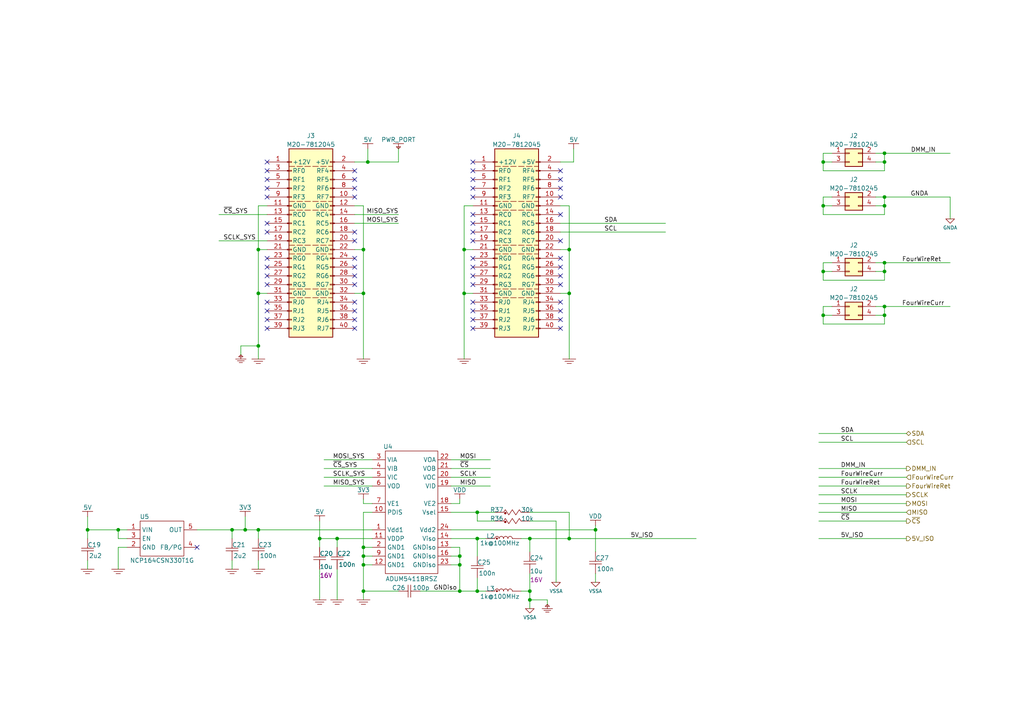
<source format=kicad_sch>
(kicad_sch (version 20231120) (generator "eeschema") (generator_version "8.0")
  (paper "A4")
  (title_block (title "${PART_NAME}") (date "2024-01-20") (rev "A") (company "Sesa Design Inc") (comment 1 "${PART_NUMBER}") (comment 2 "01"))
  (lib_symbols
    (symbol "bynet:Conn_M20-7810245" (pin_names (offset 1.016) hide)
      (property "Reference" "J" (at 1.27 5.08 0))
      (property "Value" "M20-7810245" (at 1.27 2.54 0))
      (symbol "Conn_M20-7810245_1_1"
        (rectangle (start -1.27 -2.413) (end 0 -2.667) (stroke (width 0.1524)))
        (rectangle (start -1.27 0.127) (end 0 -0.127) (stroke (width 0.1524)))
        (rectangle (start -1.27 1.27) (end 3.81 -3.81) (stroke (width 0.254)) (fill (type background)))
        (rectangle (start 3.81 -2.413) (end 2.54 -2.667) (stroke (width 0.1524)))
        (rectangle (start 3.81 0.127) (end 2.54 -0.127) (stroke (width 0.1524)))
        (pin passive line (at -5.08 0 0) (length 3.81) (name "Pin_1") (number "1"))
        (pin passive line (at 7.62 0 180) (length 3.81) (name "Pin_2") (number "2"))
        (pin passive line (at -5.08 -2.54 0) (length 3.81) (name "Pin_3") (number "3"))
        (pin passive line (at 7.62 -2.54 180) (length 3.81) (name "Pin_4") (number "4"))
      )
    )
    (symbol "bynet:Conn_M20-7812045" (pin_names (offset 1.016))
      (property "Reference" "J" (at 0 30.48 0))
      (property "Value" "M20-7812045" (at 0 27.94 0))
      (symbol "Conn_M20-7812045_0_1"
        (polyline (pts (xy -6.35 -16.51) (xy 6.35 -16.51)) (stroke (width 0) (type dash)))
        (polyline (pts (xy -6.35 -13.97) (xy 6.35 -13.97)) (stroke (width 0) (type dash)))
        (polyline (pts (xy -6.35 -3.81) (xy 6.35 -3.81)) (stroke (width 0) (type dash)))
        (polyline (pts (xy -6.35 -1.27) (xy 6.35 -1.27)) (stroke (width 0) (type dash)))
        (polyline (pts (xy -6.35 8.89) (xy 6.35 8.89)) (stroke (width 0) (type dash)))
        (polyline (pts (xy -6.35 11.43) (xy 6.35 11.43)) (stroke (width 0) (type dash)))
        (polyline (pts (xy -6.35 21.59) (xy 6.35 21.59)) (stroke (width 0) (type dash)))
      )
      (symbol "Conn_M20-7812045_1_1"
        (rectangle (start -6.858 -25.273) (end -5.588 -25.527) (stroke (width 0.1524)))
        (rectangle (start -6.858 -22.733) (end -5.588 -22.987) (stroke (width 0.1524)))
        (rectangle (start -6.858 -20.193) (end -5.588 -20.447) (stroke (width 0.1524)))
        (rectangle (start -6.858 -17.653) (end -5.588 -17.907) (stroke (width 0.1524)))
        (rectangle (start -6.858 -15.113) (end -5.588 -15.367) (stroke (width 0.1524)))
        (rectangle (start -6.858 -12.573) (end -5.588 -12.827) (stroke (width 0.1524)))
        (rectangle (start -6.858 -10.033) (end -5.588 -10.287) (stroke (width 0.1524)))
        (rectangle (start -6.858 -7.493) (end -5.588 -7.747) (stroke (width 0.1524)))
        (rectangle (start -6.858 -4.953) (end -5.588 -5.207) (stroke (width 0.1524)))
        (rectangle (start -6.858 -2.413) (end -5.588 -2.667) (stroke (width 0.1524)))
        (rectangle (start -6.858 0.127) (end -5.588 -0.127) (stroke (width 0.1524)))
        (rectangle (start -6.858 2.667) (end -5.588 2.413) (stroke (width 0.1524)))
        (rectangle (start -6.858 5.207) (end -5.588 4.953) (stroke (width 0.1524)))
        (rectangle (start -6.858 7.747) (end -5.588 7.493) (stroke (width 0.1524)))
        (rectangle (start -6.858 10.287) (end -5.588 10.033) (stroke (width 0.1524)))
        (rectangle (start -6.858 12.827) (end -5.588 12.573) (stroke (width 0.1524)))
        (rectangle (start -6.858 15.367) (end -5.588 15.113) (stroke (width 0.1524)))
        (rectangle (start -6.858 17.907) (end -5.588 17.653) (stroke (width 0.1524)))
        (rectangle (start -6.858 20.447) (end -5.588 20.193) (stroke (width 0.1524)))
        (rectangle (start -6.858 22.987) (end -5.588 22.733) (stroke (width 0.1524)))
        (rectangle (start -6.35 26.67) (end 6.35 -27.94) (stroke (width 0.254)) (fill (type background)))
        (rectangle (start 6.858 -25.273) (end 5.588 -25.527) (stroke (width 0.1524)))
        (rectangle (start 6.858 -22.733) (end 5.588 -22.987) (stroke (width 0.1524)))
        (rectangle (start 6.858 -20.193) (end 5.588 -20.447) (stroke (width 0.1524)))
        (rectangle (start 6.858 -17.653) (end 5.588 -17.907) (stroke (width 0.1524)))
        (rectangle (start 6.858 -15.113) (end 5.588 -15.367) (stroke (width 0.1524)))
        (rectangle (start 6.858 -12.573) (end 5.588 -12.827) (stroke (width 0.1524)))
        (rectangle (start 6.858 -10.033) (end 5.588 -10.287) (stroke (width 0.1524)))
        (rectangle (start 6.858 -7.493) (end 5.588 -7.747) (stroke (width 0.1524)))
        (rectangle (start 6.858 -4.953) (end 5.588 -5.207) (stroke (width 0.1524)))
        (rectangle (start 6.858 -2.413) (end 5.588 -2.667) (stroke (width 0.1524)))
        (rectangle (start 6.858 0.127) (end 5.588 -0.127) (stroke (width 0.1524)))
        (rectangle (start 6.858 2.667) (end 5.588 2.413) (stroke (width 0.1524)))
        (rectangle (start 6.858 5.207) (end 5.588 4.953) (stroke (width 0.1524)))
        (rectangle (start 6.858 7.747) (end 5.588 7.493) (stroke (width 0.1524)))
        (rectangle (start 6.858 10.287) (end 5.588 10.033) (stroke (width 0.1524)))
        (rectangle (start 6.858 12.827) (end 5.588 12.573) (stroke (width 0.1524)))
        (rectangle (start 6.858 15.367) (end 5.588 15.113) (stroke (width 0.1524)))
        (rectangle (start 6.858 17.907) (end 5.588 17.653) (stroke (width 0.1524)))
        (rectangle (start 6.858 20.447) (end 5.588 20.193) (stroke (width 0.1524)))
        (rectangle (start 6.858 22.987) (end 5.588 22.733) (stroke (width 0.1524)))
        (pin passive line (at -12.7 22.86 0) (length 6.35) (name "+12V") (number "1"))
        (pin passive line (at 12.7 12.7 180) (length 6.35) (name "RF7") (number "10"))
        (pin passive line (at -12.7 10.16 0) (length 6.35) (name "GND") (number "11"))
        (pin passive line (at 12.7 10.16 180) (length 6.35) (name "GND") (number "12"))
        (pin passive line (at -12.7 7.62 0) (length 6.35) (name "RC0") (number "13"))
        (pin passive line (at 12.7 7.62 180) (length 6.35) (name "RC4") (number "14"))
        (pin passive line (at -12.7 5.08 0) (length 6.35) (name "RC1") (number "15"))
        (pin passive line (at 12.7 5.08 180) (length 6.35) (name "RC5") (number "16"))
        (pin passive line (at -12.7 2.54 0) (length 6.35) (name "RC2") (number "17"))
        (pin passive line (at 12.7 2.54 180) (length 6.35) (name "RC6") (number "18"))
        (pin passive line (at -12.7 0 0) (length 6.35) (name "RC3") (number "19"))
        (pin passive line (at 12.7 22.86 180) (length 6.35) (name "+5V") (number "2"))
        (pin passive line (at 12.7 0 180) (length 6.35) (name "RC7") (number "20"))
        (pin passive line (at -12.7 -2.54 0) (length 6.35) (name "GND") (number "21"))
        (pin passive line (at 12.7 -2.54 180) (length 6.35) (name "GND") (number "22"))
        (pin passive line (at -12.7 -5.08 0) (length 6.35) (name "RG0") (number "23"))
        (pin passive line (at 12.7 -5.08 180) (length 6.35) (name "RG4") (number "24"))
        (pin passive line (at -12.7 -7.62 0) (length 6.35) (name "RG1") (number "25"))
        (pin passive line (at 12.7 -7.62 180) (length 6.35) (name "RG5") (number "26"))
        (pin passive line (at -12.7 -10.16 0) (length 6.35) (name "RG2") (number "27"))
        (pin passive line (at 12.7 -10.16 180) (length 6.35) (name "RG6") (number "28"))
        (pin passive line (at -12.7 -12.7 0) (length 6.35) (name "RG3") (number "29"))
        (pin passive line (at -12.7 20.32 0) (length 6.35) (name "RF0") (number "3"))
        (pin passive line (at 12.7 -12.7 180) (length 6.35) (name "RG7") (number "30"))
        (pin passive line (at -12.7 -15.24 0) (length 6.35) (name "GND") (number "31"))
        (pin passive line (at 12.7 -15.24 180) (length 6.35) (name "GND") (number "32"))
        (pin passive line (at -12.7 -17.78 0) (length 6.35) (name "RJ0") (number "33"))
        (pin passive line (at 12.7 -17.78 180) (length 6.35) (name "RJ4") (number "34"))
        (pin passive line (at -12.7 -20.32 0) (length 6.35) (name "RJ1") (number "35"))
        (pin passive line (at 12.7 -20.32 180) (length 6.35) (name "RJ5") (number "36"))
        (pin passive line (at -12.7 -22.86 0) (length 6.35) (name "RJ2") (number "37"))
        (pin passive line (at 12.7 -22.86 180) (length 6.35) (name "RJ6") (number "38"))
        (pin passive line (at -12.7 -25.4 0) (length 6.35) (name "RJ3") (number "39"))
        (pin passive line (at 12.7 20.32 180) (length 6.35) (name "RF4") (number "4"))
        (pin passive line (at 12.7 -25.4 180) (length 6.35) (name "RJ7") (number "40"))
        (pin passive line (at -12.7 17.78 0) (length 6.35) (name "RF1") (number "5"))
        (pin passive line (at 12.7 17.78 180) (length 6.35) (name "RF5") (number "6"))
        (pin passive line (at -12.7 15.24 0) (length 6.35) (name "RF2") (number "7"))
        (pin passive line (at 12.7 15.24 180) (length 6.35) (name "RF6") (number "8"))
        (pin passive line (at -12.7 12.7 0) (length 6.35) (name "RF3") (number "9"))
      )
    )
    (symbol "cap_0603:100n" (pin_numbers hide) (pin_names (offset 1.016) hide)
      (property "Reference" "C" (at 0 3.81 0))
      (property "Value" "100n" (at 0.381 0.635 0))
      (symbol "100n_0_1"
        (polyline (pts (xy -1.778 3.556) (xy 1.778 3.556)))
        (polyline (pts (xy 0 2.54) (xy 0 2.794)))
        (polyline (pts (xy 0 3.556) (xy 0 3.81)))
        (polyline (pts (xy 1.778 2.794) (xy -1.778 2.794)))
      )
      (symbol "100n_1_1"
        (pin passive line (at 0 0 90) (length 2.54) (name "1") (number "1"))
        (pin passive line (at 0 6.35 270) (length 2.54) (name "2") (number "2"))
      )
    )
    (symbol "cap_0603:100p" (pin_numbers hide) (pin_names (offset 1.016) hide)
      (property "Reference" "C" (at 0 3.81 0))
      (property "Value" "100p" (at 0.381 0.635 0))
      (symbol "100p_0_1"
        (polyline (pts (xy -1.778 3.556) (xy 1.778 3.556)))
        (polyline (pts (xy 0 2.54) (xy 0 2.794)))
        (polyline (pts (xy 0 3.556) (xy 0 3.81)))
        (polyline (pts (xy 1.778 2.794) (xy -1.778 2.794)))
      )
      (symbol "100p_1_1"
        (pin passive line (at 0 0 90) (length 2.54) (name "1") (number "1"))
        (pin passive line (at 0 6.35 270) (length 2.54) (name "2") (number "2"))
      )
    )
    (symbol "cap_0603:10u_16v" (pin_numbers hide) (pin_names (offset 1.016) hide)
      (property "Reference" "C" (at 0 3.81 0))
      (property "Value" "10u" (at 0 0 0))
      (property "Voltage" "16V" (at 0 -2.54 0))
      (symbol "10u_16v_0_1"
        (polyline (pts (xy -1.778 3.556) (xy 1.778 3.556)))
        (polyline (pts (xy 0 2.54) (xy 0 2.794)))
        (polyline (pts (xy 0 3.556) (xy 0 3.81)))
        (polyline (pts (xy 1.778 2.794) (xy -1.778 2.794)))
      )
      (symbol "10u_16v_1_1"
        (pin passive line (at 0 0 90) (length 2.54) (name "1") (number "1"))
        (pin passive line (at 0 6.35 270) (length 2.54) (name "2") (number "2"))
      )
    )
    (symbol "cap_0603:2u2" (pin_numbers hide) (pin_names (offset 1.016) hide)
      (property "Reference" "C" (at 0 3.81 0))
      (property "Value" "2u2" (at 0.381 0.635 0))
      (symbol "2u2_0_1"
        (polyline (pts (xy -1.778 3.556) (xy 1.778 3.556)))
        (polyline (pts (xy 0 2.54) (xy 0 2.794)))
        (polyline (pts (xy 0 3.556) (xy 0 3.81)))
        (polyline (pts (xy 1.778 2.794) (xy -1.778 2.794)))
      )
      (symbol "2u2_1_1"
        (pin passive line (at 0 0 90) (length 2.54) (name "1") (number "1"))
        (pin passive line (at 0 6.35 270) (length 2.54) (name "2") (number "2"))
      )
    )
    (symbol "res_0603:10k" (pin_numbers hide) (pin_names (offset 1.016) hide)
      (property "Reference" "R" (at 2.54 0 0))
      (property "Value" "10k" (at 7.62 0 0))
      (symbol "10k_0_1"
        (polyline (pts (xy 2.54 0) (xy 3.048 0.762) (xy 4.064 -0.762) (xy 5.08 0.762) (xy 6.096 -0.762) (xy 7.112 0.762) (xy 7.62 0)))
        (circle (center 3.048 -0.254) (radius 0.254) (fill (type outline)))
      )
      (symbol "10k_1_1"
        (pin passive line (at 0 0 0) (length 2.54) (name "1") (number "1"))
        (pin passive line (at 10.16 0 180) (length 2.54) (name "2") (number "2"))
      )
    )
    (symbol "res_0603:30k" (pin_numbers hide) (pin_names (offset 1.016) hide)
      (property "Reference" "R" (at 2.54 0 0))
      (property "Value" "30k" (at 7.62 0 0))
      (symbol "30k_0_1"
        (polyline (pts (xy 2.54 0) (xy 3.048 0.762) (xy 4.064 -0.762) (xy 5.08 0.762) (xy 6.096 -0.762) (xy 7.112 0.762) (xy 7.62 0)))
        (circle (center 3.048 -0.254) (radius 0.254) (fill (type outline)))
      )
      (symbol "30k_1_1"
        (pin passive line (at 0 0 0) (length 2.54) (name "1") (number "1"))
        (pin passive line (at 10.16 0 180) (length 2.54) (name "2") (number "2"))
      )
    )
    (symbol "sesa_coil:fb_1k_0603" (pin_numbers hide) (pin_names (offset 1.016) hide)
      (property "Reference" "L" (at 2.54 0 0))
      (property "Value" "1k@100MHz" (at 7.62 0 0))
      (symbol "fb_1k_0603_0_1"
        (circle (center 3.1496 0) (radius 0.2032) (fill (type outline)))
        (arc (start 3.175 0.635) (mid 2.728 0.447) (end 2.54 0))
        (arc (start 3.8173 0.0073) (mid 3.6292 0.4542) (end 3.1823 0.6423))
        (arc (start 4.4377 0.6423) (mid 3.9908 0.4542) (end 3.8027 0.0073))
        (arc (start 5.0873 0.0073) (mid 4.8992 0.4542) (end 4.4523 0.6423))
        (arc (start 5.7077 0.6423) (mid 5.2608 0.4542) (end 5.0727 0.0073))
        (arc (start 6.3573 0.0073) (mid 6.1692 0.4542) (end 5.7223 0.6423))
        (arc (start 6.9777 0.6423) (mid 6.5308 0.4542) (end 6.3427 0.0073))
        (arc (start 7.6273 0.0073) (mid 7.4392 0.4542) (end 6.9923 0.6423))
      )
      (symbol "fb_1k_0603_1_1"
        (pin passive line (at 0 0 0) (length 2.54) (name "1") (number "1"))
        (pin passive line (at 10.16 0 180) (length 2.54) (name "2") (number "2"))
      )
    )
    (symbol "sesa_ic_interface:ADUM5411"
      (property "Reference" "U" (at 0.762 36.83 0))
      (property "Value" "ADUM5411BRSZ" (at 7.62 -1.524 0))
      (symbol "ADUM5411_0_1"
        (rectangle (start 0 35.56) (end 15.24 0))
      )
      (symbol "ADUM5411_1_1"
        (pin power_in line (at -3.81 12.7 0) (length 3.81) (name "Vdd1") (number "1"))
        (pin input line (at -3.81 17.78 0) (length 3.81) (name "PDIS") (number "10"))
        (pin power_in line (at -3.81 10.16 0) (length 3.81) (name "VDDP") (number "11"))
        (pin power_in line (at -3.81 2.54 0) (length 3.81) (name "GND1") (number "12"))
        (pin power_in line (at 19.05 7.62 180) (length 3.81) (name "GNDiso") (number "13"))
        (pin power_out line (at 19.05 10.16 180) (length 3.81) (name "Viso") (number "14"))
        (pin input line (at 19.05 17.78 180) (length 3.81) (name "Vsel") (number "15"))
        (pin power_in line (at 19.05 5.08 180) (length 3.81) (name "GNDiso") (number "16"))
        (pin no_connect non_logic (at 6.35 35.56 90) (length 0) hide (name "NC") (number "17"))
        (pin input line (at 19.05 20.32 180) (length 3.81) (name "VE2") (number "18"))
        (pin input line (at 19.05 25.4 180) (length 3.81) (name "VID") (number "19"))
        (pin power_in line (at -3.81 7.62 0) (length 3.81) (name "GND1") (number "2"))
        (pin output line (at 19.05 27.94 180) (length 3.81) (name "VOC") (number "20"))
        (pin output line (at 19.05 30.48 180) (length 3.81) (name "VOB") (number "21"))
        (pin output line (at 19.05 33.02 180) (length 3.81) (name "VOA") (number "22"))
        (pin power_out line (at 19.05 2.54 180) (length 3.81) (name "GNDiso") (number "23"))
        (pin power_in line (at 19.05 12.7 180) (length 3.81) (name "Vdd2") (number "24"))
        (pin input line (at -3.81 33.02 0) (length 3.81) (name "VIA") (number "3"))
        (pin input line (at -3.81 30.48 0) (length 3.81) (name "VIB") (number "4"))
        (pin input line (at -3.81 27.94 0) (length 3.81) (name "VIC") (number "5"))
        (pin output line (at -3.81 25.4 0) (length 3.81) (name "VOD") (number "6"))
        (pin input line (at -3.81 20.32 0) (length 3.81) (name "VE1") (number "7"))
        (pin no_connect non_logic (at 8.89 35.56 90) (length 0) hide (name "NC") (number "8"))
        (pin power_in line (at -3.81 5.08 0) (length 3.81) (name "GND1") (number "9"))
      )
    )
    (symbol "sesa_ic_power:NCP164CSN330T1G"
      (property "Reference" "U" (at 1.27 11.43 0))
      (property "Value" "NCP164CSN330T1G" (at 6.35 -1.27 0))
      (symbol "NCP164CSN330T1G_0_0"
        (pin power_in line (at -3.81 7.62 0) (length 3.81) (name "VIN") (number "1"))
        (pin power_in line (at -3.81 2.54 0) (length 3.81) (name "GND") (number "2"))
        (pin input line (at -3.81 5.08 0) (length 3.81) (name "EN") (number "3"))
        (pin passive line (at 16.51 2.54 180) (length 3.81) (name "FB/PG") (number "4"))
        (pin power_out line (at 16.51 7.62 180) (length 3.81) (name "OUT") (number "5"))
      )
      (symbol "NCP164CSN330T1G_0_1"
        (rectangle (start 0 10.16) (end 12.7 0))
      )
    )
    (symbol "sesa_old:GND" (power) (pin_names (offset 0))
      (symbol "GND_0_1"
        (polyline (pts (xy -1.27 -0.635) (xy 1.27 -0.635)))
        (polyline (pts (xy -0.635 -1.27) (xy 0.635 -1.27)))
        (polyline (pts (xy 1.905 0) (xy -1.905 0)))
      )
      (symbol "GND_1_1"
        (pin power_in line (at 0 0 90) (length 0) hide (name "GND") (number "1"))
      )
    )
    (symbol "sesa_power:3V3" (power) (pin_numbers hide) (pin_names (offset 0) hide)
      (property "Value" "3V3" (at 0 2.667 0))
      (symbol "3V3_0_1"
        (polyline (pts (xy 0 1.524) (xy 0 0)))
        (polyline (pts (xy 1.524 1.524) (xy -1.524 1.524)))
      )
      (symbol "3V3_1_1"
        (pin power_in line (at 0 0 90) (length 0) hide (name "3V3") (number "1"))
      )
    )
    (symbol "sesa_power:5V" (power) (pin_names (offset 0))
      (property "Value" "5V" (at 0 2.667 0))
      (symbol "5V_0_0"
        (pin power_in line (at 0 0 90) (length 0) hide (name "5V") (number "1"))
      )
      (symbol "5V_0_1"
        (polyline (pts (xy 0 1.524) (xy 0 0)))
        (polyline (pts (xy 1.524 1.524) (xy -1.524 1.524)))
      )
    )
    (symbol "sesa_power:GNDA" (power) (pin_names (offset 0))
      (property "Value" "GNDA" (at 0 -1.778 0))
      (symbol "GNDA_0_1"
        (polyline (pts (xy -1.27 0) (xy 0 -1.27) (xy 1.27 0) (xy -1.27 0)))
      )
      (symbol "GNDA_1_1"
        (pin power_in line (at 0 0 90) (length 0) hide (name "GNDA") (number "1"))
      )
    )
    (symbol "sesa_power:GND_PORT" (power) (pin_numbers hide) (pin_names (offset 0) hide)
      (symbol "GND_PORT_0_1"
        (polyline (pts (xy 0 0) (xy 0 1.27)))
        (polyline (pts (xy 0.508 -1.016) (xy -0.508 -1.016)))
        (polyline (pts (xy 1.016 -0.508) (xy -1.016 -0.508)))
        (polyline (pts (xy 1.524 0) (xy -1.524 0)))
        (polyline (pts (xy 0 1.27) (xy -0.635 0.635) (xy 0.635 0.635) (xy 0 1.27)))
      )
      (symbol "GND_PORT_1_1"
        (pin power_out line (at 0 1.27 90) (length 0) hide (name "GND") (number "1"))
      )
    )
    (symbol "sesa_power:PWR_PORT" (power) (pin_names (offset 0))
      (property "Value" "PWR_PORT" (at 0 2.667 0))
      (symbol "PWR_PORT_0_0"
        (pin power_out line (at 0 0 90) (length 0) hide (name "PWR") (number "1"))
      )
      (symbol "PWR_PORT_0_1"
        (polyline (pts (xy 0 1.524) (xy 0 0)))
        (polyline (pts (xy 1.524 1.524) (xy -1.524 1.524)))
        (polyline (pts (xy -0.635 0.635) (xy 0.635 0.635) (xy 0 0) (xy -0.635 0.635)))
      )
    )
    (symbol "sesa_power:VDD" (power) (pin_names (offset 0))
      (property "Value" "VDD" (at 0 2.667 0))
      (symbol "VDD_0_0"
        (pin power_in line (at 0 0 90) (length 0) hide (name "VDD") (number "1"))
      )
      (symbol "VDD_0_1"
        (polyline (pts (xy 0 1.524) (xy 0 0)))
        (polyline (pts (xy 1.524 1.524) (xy -1.524 1.524)))
      )
    )
    (symbol "sesa_power:VSSA" (power) (pin_names (offset 0))
      (property "Value" "VSSA" (at 0 -2.54 0))
      (symbol "VSSA_0_1"
        (polyline (pts (xy -1.27 0) (xy 0 -1.27) (xy 1.27 0) (xy -1.27 0)))
      )
      (symbol "VSSA_1_1"
        (pin power_in line (at 0 0 90) (length 0) hide (name "VSSA") (number "1"))
      )
    )
  )
  (junction (at 25.4 153.67))
  (junction (at 67.31 153.67))
  (junction (at 238.76 59.69))
  (junction (at 133.35 171.45))
  (junction (at 238.76 91.44))
  (junction (at 74.93 100.33))
  (junction (at 106.68 46.99))
  (junction (at 238.76 46.99))
  (junction (at 153.67 173.99))
  (junction (at 153.67 171.45))
  (junction (at 134.62 72.39))
  (junction (at 133.35 163.83))
  (junction (at 134.62 85.09))
  (junction (at 105.41 171.45))
  (junction (at 238.76 78.74))
  (junction (at 74.93 72.39))
  (junction (at 133.35 161.29))
  (junction (at 105.41 163.83))
  (junction (at 256.54 91.44))
  (junction (at 71.12 153.67))
  (junction (at 165.1 156.21))
  (junction (at 138.43 156.21))
  (junction (at 34.29 153.67))
  (junction (at 256.54 57.15))
  (junction (at 172.72 153.67))
  (junction (at 165.1 85.09))
  (junction (at 74.93 153.67))
  (junction (at 74.93 85.09))
  (junction (at 256.54 78.74))
  (junction (at 105.41 85.09))
  (junction (at 165.1 72.39))
  (junction (at 256.54 88.9))
  (junction (at 256.54 46.99))
  (junction (at 97.79 156.21))
  (junction (at 92.71 156.21))
  (junction (at 105.41 72.39))
  (junction (at 138.43 148.59))
  (junction (at 153.67 156.21))
  (junction (at 105.41 158.75))
  (junction (at 256.54 76.2))
  (junction (at 256.54 44.45))
  (junction (at 105.41 161.29))
  (junction (at 256.54 59.69))
  (junction (at 138.43 171.45))
  (no_connect (at 77.47 92.71))
  (no_connect (at 102.87 92.71))
  (no_connect (at 77.47 46.99))
  (no_connect (at 137.16 67.31))
  (no_connect (at 137.16 95.25))
  (no_connect (at 77.47 80.01))
  (no_connect (at 102.87 74.93))
  (no_connect (at 77.47 90.17))
  (no_connect (at 162.56 52.07))
  (no_connect (at 137.16 90.17))
  (no_connect (at 102.87 49.53))
  (no_connect (at 137.16 77.47))
  (no_connect (at 77.47 82.55))
  (no_connect (at 162.56 49.53))
  (no_connect (at 102.87 54.61))
  (no_connect (at 162.56 82.55))
  (no_connect (at 102.87 57.15))
  (no_connect (at 77.47 77.47))
  (no_connect (at 162.56 54.61))
  (no_connect (at 102.87 95.25))
  (no_connect (at 162.56 92.71))
  (no_connect (at 77.47 67.31))
  (no_connect (at 77.47 52.07))
  (no_connect (at 77.47 57.15))
  (no_connect (at 102.87 87.63))
  (no_connect (at 162.56 69.85))
  (no_connect (at 102.87 90.17))
  (no_connect (at 137.16 82.55))
  (no_connect (at 102.87 67.31))
  (no_connect (at 137.16 87.63))
  (no_connect (at 162.56 80.01))
  (no_connect (at 102.87 77.47))
  (no_connect (at 137.16 62.23))
  (no_connect (at 137.16 46.99))
  (no_connect (at 137.16 80.01))
  (no_connect (at 77.47 49.53))
  (no_connect (at 162.56 95.25))
  (no_connect (at 137.16 49.53))
  (no_connect (at 162.56 87.63))
  (no_connect (at 162.56 77.47))
  (no_connect (at 57.15 158.75))
  (no_connect (at 137.16 57.15))
  (no_connect (at 137.16 64.77))
  (no_connect (at 162.56 57.15))
  (no_connect (at 77.47 87.63))
  (no_connect (at 162.56 90.17))
  (no_connect (at 77.47 95.25))
  (no_connect (at 77.47 74.93))
  (no_connect (at 137.16 52.07))
  (no_connect (at 102.87 82.55))
  (no_connect (at 137.16 54.61))
  (no_connect (at 77.47 54.61))
  (no_connect (at 77.47 64.77))
  (no_connect (at 162.56 74.93))
  (no_connect (at 102.87 69.85))
  (no_connect (at 102.87 52.07))
  (no_connect (at 137.16 74.93))
  (no_connect (at 137.16 92.71))
  (no_connect (at 162.56 62.23))
  (no_connect (at 102.87 80.01))
  (no_connect (at 137.16 69.85))
  (wire (pts (xy 166.37 46.99) (xy 162.56 46.99)))
  (wire (pts (xy 238.76 59.69) (xy 241.3 59.69)))
  (wire (pts (xy 256.54 44.45) (xy 254 44.45)))
  (wire (pts (xy 115.57 46.99) (xy 115.57 43.18)))
  (wire (pts (xy 137.16 85.09) (xy 134.62 85.09)))
  (wire (pts (xy 153.67 173.99) (xy 153.67 176.53)))
  (wire (pts (xy 238.76 91.44) (xy 238.76 93.98)))
  (wire (pts (xy 36.83 156.21) (xy 34.29 156.21)))
  (wire (pts (xy 138.43 167.64) (xy 138.43 171.45)))
  (wire (pts (xy 133.35 158.75) (xy 133.35 161.29)))
  (wire (pts (xy 254 78.74) (xy 256.54 78.74)))
  (wire (pts (xy 93.98 140.97) (xy 107.95 140.97)))
  (wire (pts (xy 97.79 173.99) (xy 97.79 165.1)))
  (wire (pts (xy 74.93 72.39) (xy 74.93 85.09)))
  (wire (pts (xy 134.62 72.39) (xy 134.62 85.09)))
  (wire (pts (xy 63.5 62.23) (xy 77.47 62.23)))
  (wire (pts (xy 162.56 67.31) (xy 193.04 67.31)))
  (wire (pts (xy 102.87 59.69) (xy 105.41 59.69)))
  (wire (pts (xy 92.71 173.99) (xy 92.71 165.1)))
  (wire (pts (xy 71.12 153.67) (xy 74.93 153.67)))
  (wire (pts (xy 36.83 153.67) (xy 34.29 153.67)))
  (wire (pts (xy 153.67 166.37) (xy 153.67 171.45)))
  (wire (pts (xy 25.4 149.86) (xy 25.4 153.67)))
  (wire (pts (xy 63.5 69.85) (xy 77.47 69.85)))
  (wire (pts (xy 138.43 156.21) (xy 138.43 161.29)))
  (wire (pts (xy 237.49 156.21) (xy 262.89 156.21)))
  (wire (pts (xy 138.43 148.59) (xy 143.51 148.59)))
  (wire (pts (xy 238.76 46.99) (xy 238.76 49.53)))
  (wire (pts (xy 138.43 171.45) (xy 140.97 171.45)))
  (wire (pts (xy 238.76 44.45) (xy 238.76 46.99)))
  (wire (pts (xy 256.54 59.69) (xy 256.54 57.15)))
  (wire (pts (xy 105.41 163.83) (xy 105.41 171.45)))
  (wire (pts (xy 130.81 133.35) (xy 142.24 133.35)))
  (wire (pts (xy 130.81 163.83) (xy 133.35 163.83)))
  (wire (pts (xy 238.76 93.98) (xy 256.54 93.98)))
  (wire (pts (xy 238.76 91.44) (xy 241.3 91.44)))
  (wire (pts (xy 105.41 59.69) (xy 105.41 72.39)))
  (wire (pts (xy 138.43 156.21) (xy 140.97 156.21)))
  (wire (pts (xy 130.81 148.59) (xy 138.43 148.59)))
  (wire (pts (xy 151.13 156.21) (xy 153.67 156.21)))
  (wire (pts (xy 238.76 78.74) (xy 238.76 81.28)))
  (wire (pts (xy 137.16 59.69) (xy 134.62 59.69)))
  (wire (pts (xy 105.41 158.75) (xy 105.41 161.29)))
  (wire (pts (xy 106.68 46.99) (xy 115.57 46.99)))
  (wire (pts (xy 130.81 135.89) (xy 142.24 135.89)))
  (wire (pts (xy 134.62 85.09) (xy 134.62 104.14)))
  (wire (pts (xy 143.51 151.13) (xy 138.43 151.13)))
  (wire (pts (xy 254 46.99) (xy 256.54 46.99)))
  (wire (pts (xy 107.95 158.75) (xy 105.41 158.75)))
  (wire (pts (xy 237.49 151.13) (xy 262.89 151.13)))
  (wire (pts (xy 162.56 85.09) (xy 165.1 85.09)))
  (wire (pts (xy 134.62 59.69) (xy 134.62 72.39)))
  (wire (pts (xy 237.49 138.43) (xy 262.89 138.43)))
  (wire (pts (xy 275.59 57.15) (xy 275.59 63.5)))
  (wire (pts (xy 238.76 57.15) (xy 238.76 59.69)))
  (wire (pts (xy 162.56 59.69) (xy 165.1 59.69)))
  (wire (pts (xy 74.93 165.1) (xy 74.93 162.56)))
  (wire (pts (xy 130.81 140.97) (xy 142.24 140.97)))
  (wire (pts (xy 34.29 153.67) (xy 25.4 153.67)))
  (wire (pts (xy 254 59.69) (xy 256.54 59.69)))
  (wire (pts (xy 130.81 138.43) (xy 142.24 138.43)))
  (wire (pts (xy 25.4 165.1) (xy 25.4 162.56)))
  (wire (pts (xy 256.54 78.74) (xy 256.54 76.2)))
  (wire (pts (xy 130.81 153.67) (xy 172.72 153.67)))
  (wire (pts (xy 256.54 88.9) (xy 254 88.9)))
  (wire (pts (xy 105.41 72.39) (xy 105.41 85.09)))
  (wire (pts (xy 74.93 100.33) (xy 74.93 104.14)))
  (wire (pts (xy 93.98 133.35) (xy 107.95 133.35)))
  (wire (pts (xy 105.41 85.09) (xy 105.41 104.14)))
  (wire (pts (xy 102.87 85.09) (xy 105.41 85.09)))
  (wire (pts (xy 107.95 146.05) (xy 105.41 146.05)))
  (wire (pts (xy 165.1 156.21) (xy 201.93 156.21)))
  (wire (pts (xy 133.35 146.05) (xy 130.81 146.05)))
  (wire (pts (xy 275.59 76.2) (xy 256.54 76.2)))
  (wire (pts (xy 77.47 59.69) (xy 74.93 59.69)))
  (wire (pts (xy 133.35 144.78) (xy 133.35 146.05)))
  (wire (pts (xy 74.93 153.67) (xy 74.93 156.21)))
  (wire (pts (xy 153.67 148.59) (xy 165.1 148.59)))
  (wire (pts (xy 165.1 85.09) (xy 165.1 104.14)))
  (wire (pts (xy 237.49 146.05) (xy 262.89 146.05)))
  (wire (pts (xy 254 91.44) (xy 256.54 91.44)))
  (wire (pts (xy 241.3 57.15) (xy 238.76 57.15)))
  (wire (pts (xy 71.12 149.86) (xy 71.12 153.67)))
  (wire (pts (xy 238.76 78.74) (xy 241.3 78.74)))
  (wire (pts (xy 256.54 57.15) (xy 254 57.15)))
  (wire (pts (xy 34.29 153.67) (xy 34.29 156.21)))
  (wire (pts (xy 97.79 156.21) (xy 92.71 156.21)))
  (wire (pts (xy 105.41 163.83) (xy 107.95 163.83)))
  (wire (pts (xy 105.41 161.29) (xy 105.41 163.83)))
  (wire (pts (xy 256.54 62.23) (xy 256.54 59.69)))
  (wire (pts (xy 165.1 148.59) (xy 165.1 156.21)))
  (wire (pts (xy 130.81 156.21) (xy 138.43 156.21)))
  (wire (pts (xy 256.54 76.2) (xy 254 76.2)))
  (wire (pts (xy 162.56 72.39) (xy 165.1 72.39)))
  (wire (pts (xy 93.98 135.89) (xy 107.95 135.89)))
  (wire (pts (xy 107.95 156.21) (xy 97.79 156.21)))
  (wire (pts (xy 67.31 153.67) (xy 67.31 156.21)))
  (wire (pts (xy 105.41 148.59) (xy 105.41 158.75)))
  (wire (pts (xy 130.81 161.29) (xy 133.35 161.29)))
  (wire (pts (xy 256.54 93.98) (xy 256.54 91.44)))
  (wire (pts (xy 102.87 72.39) (xy 105.41 72.39)))
  (wire (pts (xy 166.37 43.18) (xy 166.37 46.99)))
  (wire (pts (xy 97.79 156.21) (xy 97.79 158.75)))
  (wire (pts (xy 151.13 171.45) (xy 153.67 171.45)))
  (wire (pts (xy 74.93 153.67) (xy 107.95 153.67)))
  (wire (pts (xy 77.47 72.39) (xy 74.93 72.39)))
  (wire (pts (xy 106.68 46.99) (xy 102.87 46.99)))
  (wire (pts (xy 237.49 140.97) (xy 262.89 140.97)))
  (wire (pts (xy 69.85 100.33) (xy 74.93 100.33)))
  (wire (pts (xy 77.47 85.09) (xy 74.93 85.09)))
  (wire (pts (xy 133.35 171.45) (xy 133.35 163.83)))
  (wire (pts (xy 105.41 161.29) (xy 107.95 161.29)))
  (wire (pts (xy 241.3 44.45) (xy 238.76 44.45)))
  (wire (pts (xy 153.67 151.13) (xy 161.29 151.13)))
  (wire (pts (xy 237.49 143.51) (xy 262.89 143.51)))
  (wire (pts (xy 137.16 72.39) (xy 134.62 72.39)))
  (wire (pts (xy 241.3 76.2) (xy 238.76 76.2)))
  (wire (pts (xy 133.35 161.29) (xy 133.35 163.83)))
  (wire (pts (xy 165.1 59.69) (xy 165.1 72.39)))
  (wire (pts (xy 105.41 171.45) (xy 115.57 171.45)))
  (wire (pts (xy 69.85 102.87) (xy 69.85 100.33)))
  (wire (pts (xy 165.1 72.39) (xy 165.1 85.09)))
  (wire (pts (xy 153.67 173.99) (xy 158.75 173.99)))
  (wire (pts (xy 106.68 43.18) (xy 106.68 46.99)))
  (wire (pts (xy 102.87 62.23) (xy 115.57 62.23)))
  (wire (pts (xy 105.41 146.05) (xy 105.41 144.78)))
  (wire (pts (xy 238.76 88.9) (xy 238.76 91.44)))
  (wire (pts (xy 237.49 125.73) (xy 262.89 125.73)))
  (wire (pts (xy 256.54 49.53) (xy 256.54 46.99)))
  (wire (pts (xy 67.31 165.1) (xy 67.31 162.56)))
  (wire (pts (xy 256.54 91.44) (xy 256.54 88.9)))
  (wire (pts (xy 237.49 135.89) (xy 262.89 135.89)))
  (wire (pts (xy 36.83 158.75) (xy 34.29 158.75)))
  (wire (pts (xy 275.59 44.45) (xy 256.54 44.45)))
  (wire (pts (xy 121.92 171.45) (xy 133.35 171.45)))
  (wire (pts (xy 172.72 168.91) (xy 172.72 166.37)))
  (wire (pts (xy 153.67 156.21) (xy 153.67 160.02)))
  (wire (pts (xy 92.71 151.13) (xy 92.71 156.21)))
  (wire (pts (xy 102.87 64.77) (xy 115.57 64.77)))
  (wire (pts (xy 67.31 153.67) (xy 71.12 153.67)))
  (wire (pts (xy 138.43 151.13) (xy 138.43 148.59)))
  (wire (pts (xy 161.29 151.13) (xy 161.29 168.91)))
  (wire (pts (xy 256.54 46.99) (xy 256.54 44.45)))
  (wire (pts (xy 153.67 156.21) (xy 165.1 156.21)))
  (wire (pts (xy 74.93 59.69) (xy 74.93 72.39)))
  (wire (pts (xy 138.43 171.45) (xy 133.35 171.45)))
  (wire (pts (xy 107.95 148.59) (xy 105.41 148.59)))
  (wire (pts (xy 256.54 57.15) (xy 275.59 57.15)))
  (wire (pts (xy 238.76 46.99) (xy 241.3 46.99)))
  (wire (pts (xy 275.59 88.9) (xy 256.54 88.9)))
  (wire (pts (xy 241.3 88.9) (xy 238.76 88.9)))
  (wire (pts (xy 172.72 153.67) (xy 172.72 160.02)))
  (wire (pts (xy 153.67 171.45) (xy 153.67 173.99)))
  (wire (pts (xy 93.98 138.43) (xy 107.95 138.43)))
  (wire (pts (xy 238.76 81.28) (xy 256.54 81.28)))
  (wire (pts (xy 34.29 158.75) (xy 34.29 165.1)))
  (wire (pts (xy 74.93 85.09) (xy 74.93 100.33)))
  (wire (pts (xy 130.81 158.75) (xy 133.35 158.75)))
  (wire (pts (xy 238.76 59.69) (xy 238.76 62.23)))
  (wire (pts (xy 237.49 148.59) (xy 262.89 148.59)))
  (wire (pts (xy 25.4 153.67) (xy 25.4 156.21)))
  (wire (pts (xy 237.49 128.27) (xy 262.89 128.27)))
  (wire (pts (xy 238.76 49.53) (xy 256.54 49.53)))
  (wire (pts (xy 238.76 76.2) (xy 238.76 78.74)))
  (wire (pts (xy 92.71 156.21) (xy 92.71 158.75)))
  (wire (pts (xy 158.75 175.26) (xy 158.75 173.99)))
  (wire (pts (xy 57.15 153.67) (xy 67.31 153.67)))
  (wire (pts (xy 238.76 62.23) (xy 256.54 62.23)))
  (wire (pts (xy 162.56 64.77) (xy 193.04 64.77)))
  (wire (pts (xy 256.54 81.28) (xy 256.54 78.74)))
  (wire (pts (xy 105.41 171.45) (xy 105.41 173.99)))
  (wire (pts (xy 172.72 153.67) (xy 172.72 152.4)))
  (label "MISO" (at 243.84 148.59 0))
  (label "DMM_IN" (at 243.84 135.89 0))
  (label "MOSI_SYS" (at 96.52 133.35 0))
  (label "5V_ISO" (at 243.84 156.21 0))
  (label "SCLK_SYS" (at 96.52 138.43 0))
  (label "5V_ISO" (at 182.88 156.21 0))
  (label "FourWireCurr" (at 243.84 138.43 0))
  (label "FourWireCurr" (at 261.62 88.9 0))
  (label "SCLK" (at 243.84 143.51 0))
  (label "MISO_SYS" (at 115.57 62.23 180))
  (label "MISO_SYS" (at 96.52 140.97 0))
  (label "SCL" (at 243.84 128.27 0))
  (label "MOSI" (at 243.84 146.05 0))
  (label "~{CS}_SYS" (at 64.77 62.23 0))
  (label "DMM_IN" (at 264.16 44.45 0))
  (label "SCLK_SYS" (at 64.77 69.85 0))
  (label "FourWireRet" (at 261.62 76.2 0))
  (label "GNDiso" (at 125.73 171.45 0))
  (label "MOSI" (at 133.35 133.35 0))
  (label "GNDA" (at 269.24 57.15 180))
  (label "MOSI_SYS" (at 115.57 64.77 180))
  (label "~{CS}" (at 133.35 135.89 0))
  (label "MISO" (at 133.35 140.97 0))
  (label "~{CS}_SYS" (at 96.52 135.89 0))
  (label "~{CS}" (at 243.84 151.13 0))
  (label "SDA" (at 243.84 125.73 0))
  (label "FourWireRet" (at 243.84 140.97 0))
  (label "SCL" (at 175.26 67.31 0))
  (label "SCLK" (at 133.35 138.43 0))
  (label "SDA" (at 175.26 64.77 0))
  (hierarchical_label "SDA" (shape bidirectional) (at 262.89 125.73 0))
  (hierarchical_label "FourWireCurr" (shape input) (at 262.89 138.43 0))
  (hierarchical_label "MOSI" (shape output) (at 262.89 146.05 0))
  (hierarchical_label "SCL" (shape input) (at 262.89 128.27 0))
  (hierarchical_label "DMM_IN" (shape output) (at 262.89 135.89 0))
  (hierarchical_label "5V_ISO" (shape output) (at 262.89 156.21 0))
  (hierarchical_label "MISO" (shape input) (at 262.89 148.59 0))
  (hierarchical_label "SCLK" (shape output) (at 262.89 143.51 0))
  (hierarchical_label "FourWireRet" (shape output) (at 262.89 140.97 0))
  (hierarchical_label "~{CS}" (shape output) (at 262.89 151.13 0))
  (symbol (lib_id "res_0603:10k") (at 143.51 151.13 0) (unit 1)
    (property "Reference" "R36" (at 146.05 151.13 0) (effects (justify right bottom)))
    (property "Value" "10k" (at 151.13 151.13 0) (effects (justify left bottom)))
    (property "Footprint" "Resistor_SMD:R_0603_1608Metric" (effects (hide yes)))
    (property "Datasheet" "https://www.bourns.com/data/global/pdfs/CR.pdf" (effects (hide yes)))
    (property "Description" "resistor, 0603, 125 mW" (effects (hide yes)))
    (property "Tolerance" "1%" (effects (hide yes)))
    (property "MFG PN" "CR0603AFX-1002EAS" (effects (hide yes)))
  )
  (symbol (lib_id "cap_0603:2u2") (at 25.4 162.56 0) (unit 1)
    (property "Reference" "C19" (at 25.4 158.75 0) (effects (justify left bottom)))
    (property "Value" "2u2" (at 25.781 161.925 0) (effects (justify left bottom)))
    (property "Footprint" "Capacitor_SMD:C_0603_1608Metric" (effects (hide yes)))
    (property "Datasheet" "https://www.samsungsem.com/resources/file/global/support/product_catalog/MLCC.pdf" (effects (hide yes)))
    (property "Description" "non polar capacitor, 0603 case" (effects (hide yes)))
    (property "Voltage" "25V" (effects (hide yes)))
    (property "MFG PN" "CL10A225KP8NNNC" (effects (hide yes)))
  )
  (symbol (lib_id "sesa_old:GND") (at 105.41 104.14 0) (unit 1)
    (property "Reference" "#PWR06" (effects (hide yes)))
    (property "Value" "GND" (effects (hide yes)))
  )
  (symbol (lib_id "sesa_old:GND") (at 134.62 104.14 0) (unit 1)
    (property "Reference" "#PWR05" (effects (hide yes)))
    (property "Value" "GND" (effects (hide yes)))
  )
  (symbol (lib_id "sesa_old:GND") (at 105.41 173.99 0) (unit 1)
    (property "Reference" "#PWR01" (effects (hide yes)))
    (property "Value" "GND" (effects (hide yes)))
  )
  (symbol (lib_id "sesa_power:VSSA") (at 172.72 168.91 0) (unit 1)
    (property "Reference" "#PWR071" (effects (hide yes)))
    (property "Value" "VSSA" (at 172.72 171.45 0) (effects (font (size 1.016 1.016))))
  )
  (symbol (lib_id "cap_0603:100p") (at 121.92 171.45 90) (unit 1)
    (property "Reference" "C26" (at 117.602 171.196 90) (effects (justify left top)))
    (property "Value" "100p" (at 119.634 171.196 90) (effects (justify right top)))
    (property "Footprint" "Capacitor_SMD:C_0603_1608Metric" (effects (hide yes)))
    (property "Datasheet" "https://www.samsungsem.com/resources/file/global/support/product_catalog/MLCC.pdf" (effects (hide yes)))
    (property "Description" "non polar capacitor, 0603 case" (effects (hide yes)))
    (property "MFG PN" "CL10C101JB8NNNC" (effects (hide yes)))
    (property "Voltage" "50V" (effects (hide yes)))
  )
  (symbol (lib_id "sesa_power:GND_PORT") (at 69.85 104.14 0) (unit 1)
    (property "Reference" "#PWR033" (effects (hide yes)))
    (property "Value" "GND_PORT" (effects (hide yes)))
  )
  (symbol (lib_id "sesa_ic_interface:ADUM5411") (at 111.76 166.37 0) (unit 1)
    (property "Reference" "U4" (at 112.522 129.54 0))
    (property "Value" "ADUM5411BRSZ" (at 119.38 167.894 0))
    (property "Footprint" "Package_SO:SSOP-24_5.3x8.2mm_P0.65mm" (effects (hide yes)))
    (property "Datasheet" "https://www.analog.com/media/en/technical-documentation/data-sheets/ADuM5410-5411-5412.pdf" (effects (hide yes)))
    (property "Description" "Digital Isolator 2.5 kV rms Quad-Channel Isolator with Integrated DC-to-DC Converter & 1 Reverse Channel" (effects (hide yes)))
    (property "MFG PN" "ADUM5411BRSZ-RL7" (effects (hide yes)))
    (property "MFG NAME" "Analog Devices" (effects (hide yes)))
  )
  (symbol (lib_id "sesa_power:VDD") (at 133.35 144.78 0) (unit 1)
    (property "Reference" "#PWR072" (effects (hide yes)))
    (property "Value" "VDD" (at 133.35 142.113 0))
  )
  (symbol (lib_id "bynet:Conn_M20-7810245") (at 246.38 76.2 0) (unit 1)
    (property "Reference" "J2" (at 247.65 71.12 0))
    (property "Value" "M20-7810245" (at 247.65 73.66 0))
    (property "Footprint" "bynet:Header_SKT_02x02_Fixed_Harwin_M20-7810245" (effects (hide yes)))
    (property "Description" "Header 2+2 DIL 2.54MM L/P SMT socket" (effects (hide yes)))
    (property "Mfg P/N" "M20-7810245" (effects (hide yes)))
    (property "Manufacturer" "Harwin" (effects (hide yes)))
    (property "Package" "Header_02x02" (effects (hide yes)))
    (property "Type" "SMD" (effects (hide yes)))
    (property "MFG PN" "M20-7810245" (effects (hide yes)))
    (instances (project "MUX_Board" (path "" (reference "J2") (unit 1))) (project "DMM_Module" (path "" (reference "J5") (unit 1))))
  )
  (symbol (lib_id "sesa_power:5V") (at 92.71 151.13 0) (unit 1)
    (property "Reference" "#PWR066" (effects (hide yes)))
    (property "Value" "5V" (at 92.71 148.463 0))
  )
  (symbol (lib_id "sesa_power:GNDA") (at 275.59 63.5 0) (unit 1)
    (property "Reference" "#PWR059" (effects (hide yes)))
    (property "Value" "GNDA" (at 275.59 66.04 0) (effects (font (size 1.016 1.016))))
  )
  (symbol (lib_id "sesa_power:3V3") (at 105.41 144.78 0) (unit 1)
    (property "Reference" "#PWR069" (effects (hide yes)))
    (property "Value" "3V3" (at 105.41 142.113 0))
  )
  (symbol (lib_id "cap_0603:10u_16v") (at 92.71 165.1 0) (unit 1)
    (property "Reference" "C20" (at 92.71 161.29 0) (effects (justify left bottom)))
    (property "Value" "10u" (at 92.71 165.1 0) (effects (justify left bottom)))
    (property "Footprint" "Capacitor_SMD:C_0603_1608Metric" (effects (hide yes)))
    (property "Datasheet" "https://www.samsungsem.com/resources/file/global/support/product_catalog/MLCC.pdf" (effects (hide yes)))
    (property "Description" "non polar capacitor, 0603 case" (effects (hide yes)))
    (property "Voltage" "16V" (at 92.71 167.64 0) (effects (justify left bottom)))
    (property "MFG PN" "CL10A106KO8NQNC" (effects (hide yes)))
  )
  (symbol (lib_id "cap_0603:100n") (at 74.93 162.56 0) (unit 1)
    (property "Reference" "C23" (at 74.93 158.75 0) (effects (justify left bottom)))
    (property "Value" "100n" (at 75.311 161.925 0) (effects (justify left bottom)))
    (property "Footprint" "Capacitor_SMD:C_0603_1608Metric" (effects (hide yes)))
    (property "Datasheet" "https://www.samsungsem.com/resources/file/global/support/product_catalog/MLCC.pdf" (effects (hide yes)))
    (property "Description" "non polar capacitor, 0603 case" (effects (hide yes)))
    (property "Voltage" "50V" (effects (hide yes)))
    (property "MFG PN" "CL10B104JB8NNNC" (effects (hide yes)))
  )
  (symbol (lib_id "sesa_power:PWR_PORT") (at 115.57 43.18 0) (unit 1)
    (property "Reference" "#PWR061" (effects (hide yes)))
    (property "Value" "PWR_PORT" (at 115.57 40.513 0))
  )
  (symbol (lib_id "sesa_old:GND") (at 165.1 104.14 0) (unit 1)
    (property "Reference" "#PWR058" (effects (hide yes)))
    (property "Value" "GND" (effects (hide yes)))
  )
  (symbol (lib_id "sesa_old:GND") (at 97.79 173.99 0) (unit 1)
    (property "Reference" "#PWR065" (effects (hide yes)))
    (property "Value" "GND" (effects (hide yes)))
  )
  (symbol (lib_id "bynet:Conn_M20-7812045") (at 149.86 69.85 0) (unit 1)
    (property "Reference" "J4" (at 149.86 39.37 0))
    (property "Value" "M20-7812045" (at 149.86 41.91 0))
    (property "Footprint" "bynet:Header_SKT_02x20_Fixed_Harwin_M20-7812045" (effects (hide yes)))
    (property "Datasheet" "https://www.harwin.com/products/M20-7812045/" (effects (hide yes)))
    (property "Description" "Header 20+20 DIL 2.54MM L/P SMT Socket" (effects (hide yes)))
    (property "Mfg P/N" "M20-7812045" (effects (hide yes)))
    (property "Manufacturer" "Harwin" (effects (hide yes)))
    (property "Package" "Header_02x20" (effects (hide yes)))
    (property "Type" "SMD" (effects (hide yes)))
    (property "MFG PN" "M20-7812045" (effects (hide yes)))
  )
  (symbol (lib_id "sesa_old:GND") (at 25.4 165.1 0) (unit 1)
    (property "Reference" "#PWR062" (effects (hide yes)))
    (property "Value" "GND" (effects (hide yes)))
  )
  (symbol (lib_id "sesa_coil:fb_1k_0603") (at 140.97 156.21 0) (unit 1)
    (property "Reference" "L2" (at 143.51 156.21 0) (effects (justify right bottom)))
    (property "Value" "1k@100MHz" (at 139.192 158.242 0) (effects (justify left bottom)))
    (property "Footprint" "Inductor_SMD:L_0603_1608Metric" (effects (hide yes)))
    (property "Datasheet" "https://www.we-online.com/catalog/datasheet/74279266.pdf" (effects (hide yes)))
    (property "Description" "Inductor" (effects (hide yes)))
    (property "Current" "1A" (effects (hide yes)))
    (property "MFG PN" "74279266" (effects (hide yes)))
  )
  (symbol (lib_id "sesa_old:GND") (at 92.71 173.99 0) (unit 1)
    (property "Reference" "#PWR064" (effects (hide yes)))
    (property "Value" "GND" (effects (hide yes)))
  )
  (symbol (lib_id "sesa_old:GND") (at 74.93 165.1 0) (unit 1)
    (property "Reference" "#PWR068" (effects (hide yes)))
    (property "Value" "GND" (effects (hide yes)))
  )
  (symbol (lib_id "cap_0603:10u_16v") (at 153.67 166.37 0) (unit 1)
    (property "Reference" "C24" (at 153.67 162.56 0) (effects (justify left bottom)))
    (property "Value" "10u" (at 153.67 166.37 0) (effects (justify left bottom)))
    (property "Footprint" "Capacitor_SMD:C_0603_1608Metric" (effects (hide yes)))
    (property "Datasheet" "https://www.samsungsem.com/resources/file/global/support/product_catalog/MLCC.pdf" (effects (hide yes)))
    (property "Description" "non polar capacitor, 0603 case" (effects (hide yes)))
    (property "Voltage" "16V" (at 153.67 168.91 0) (effects (justify left bottom)))
    (property "MFG PN" "CL10A106KO8NQNC" (effects (hide yes)))
  )
  (symbol (lib_id "sesa_power:5V") (at 25.4 149.86 0) (unit 1)
    (property "Reference" "#PWR035" (effects (hide yes)))
    (property "Value" "5V" (at 25.4 147.193 0))
  )
  (symbol (lib_id "bynet:Conn_M20-7810245") (at 246.38 44.45 0) (unit 1)
    (property "Reference" "J2" (at 247.65 39.37 0))
    (property "Value" "M20-7810245" (at 247.65 41.91 0))
    (property "Footprint" "bynet:Header_SKT_02x02_Fixed_Harwin_M20-7810245" (effects (hide yes)))
    (property "Description" "Header 2+2 DIL 2.54MM L/P SMT socket" (effects (hide yes)))
    (property "Mfg P/N" "M20-7810245" (effects (hide yes)))
    (property "Manufacturer" "Harwin" (effects (hide yes)))
    (property "Package" "Header_02x02" (effects (hide yes)))
    (property "Type" "SMD" (effects (hide yes)))
    (property "MFG PN" "M20-7810245" (effects (hide yes)))
    (instances (project "MUX_Board" (path "" (reference "J2") (unit 1))) (project "DMM_Module" (path "" (reference "J1") (unit 1))))
  )
  (symbol (lib_id "sesa_power:5V") (at 166.37 43.18 0) (unit 1)
    (property "Reference" "#PWR02" (effects (hide yes)))
    (property "Value" "5V" (at 166.37 40.513 0))
  )
  (symbol (lib_id "bynet:Conn_M20-7810245") (at 246.38 88.9 0) (unit 1)
    (property "Reference" "J2" (at 247.65 83.82 0))
    (property "Value" "M20-7810245" (at 247.65 86.36 0))
    (property "Footprint" "bynet:Header_SKT_02x02_Fixed_Harwin_M20-7810245" (effects (hide yes)))
    (property "Description" "Header 2+2 DIL 2.54MM L/P SMT socket" (effects (hide yes)))
    (property "Mfg P/N" "M20-7810245" (effects (hide yes)))
    (property "Manufacturer" "Harwin" (effects (hide yes)))
    (property "Package" "Header_02x02" (effects (hide yes)))
    (property "Type" "SMD" (effects (hide yes)))
    (property "MFG PN" "M20-7810245" (effects (hide yes)))
    (instances (project "MUX_Board" (path "" (reference "J2") (unit 1))) (project "DMM_Module" (path "" (reference "J6") (unit 1))))
  )
  (symbol (lib_id "bynet:Conn_M20-7810245") (at 246.38 57.15 0) (unit 1)
    (property "Reference" "J2" (at 247.65 52.07 0))
    (property "Value" "M20-7810245" (at 247.65 54.61 0))
    (property "Footprint" "bynet:Header_SKT_02x02_Fixed_Harwin_M20-7810245" (effects (hide yes)))
    (property "Description" "Header 2+2 DIL 2.54MM L/P SMT socket" (effects (hide yes)))
    (property "Mfg P/N" "M20-7810245" (effects (hide yes)))
    (property "Manufacturer" "Harwin" (effects (hide yes)))
    (property "Package" "Header_02x02" (effects (hide yes)))
    (property "Type" "SMD" (effects (hide yes)))
    (property "MFG PN" "M20-7810245" (effects (hide yes)))
  )
  (symbol (lib_id "sesa_power:GND_PORT") (at 158.75 176.53 0) (unit 1)
    (property "Reference" "#PWR060" (effects (hide yes)))
    (property "Value" "GND_PORT" (effects (hide yes)))
  )
  (symbol (lib_id "sesa_old:GND") (at 34.29 165.1 0) (unit 1)
    (property "Reference" "#PWR038" (effects (hide yes)))
    (property "Value" "GND" (effects (hide yes)))
  )
  (symbol (lib_id "sesa_power:3V3") (at 71.12 149.86 0) (unit 1)
    (property "Reference" "#PWR067" (effects (hide yes)))
    (property "Value" "3V3" (at 71.12 147.193 0))
  )
  (symbol (lib_id "res_0603:30k") (at 143.51 148.59 0) (unit 1)
    (property "Reference" "R37" (at 146.05 148.59 0) (effects (justify right bottom)))
    (property "Value" "30k" (at 151.13 148.59 0) (effects (justify left bottom)))
    (property "Footprint" "Resistor_SMD:R_0603_1608Metric" (effects (hide yes)))
    (property "Datasheet" "https://www.bourns.com/data/global/pdfs/CR.pdf" (effects (hide yes)))
    (property "Description" "resistor, 0603, 125 mW" (effects (hide yes)))
    (property "Tolerance" "1%" (effects (hide yes)))
    (property "MFG PN" "CR0603-FX-3002ELF" (effects (hide yes)))
  )
  (symbol (lib_id "sesa_old:GND") (at 74.93 104.14 0) (unit 1)
    (property "Reference" "#PWR07" (effects (hide yes)))
    (property "Value" "GND" (effects (hide yes)))
  )
  (symbol (lib_id "sesa_power:VSSA") (at 153.67 176.53 0) (unit 1)
    (property "Reference" "#PWR04" (effects (hide yes)))
    (property "Value" "VSSA" (at 153.67 179.07 0) (effects (font (size 1.016 1.016))))
  )
  (symbol (lib_id "sesa_power:VSSA") (at 161.29 168.91 0) (unit 1)
    (property "Reference" "#PWR073" (effects (hide yes)))
    (property "Value" "VSSA" (at 161.29 171.45 0) (effects (font (size 1.016 1.016))))
  )
  (symbol (lib_id "sesa_ic_power:NCP164CSN330T1G") (at 40.64 161.29 0) (unit 1)
    (property "Reference" "U5" (at 41.91 149.86 0))
    (property "Value" "NCP164CSN330T1G" (at 46.99 162.56 0))
    (property "Footprint" "Package_TO_SOT_SMD:SOT-23-5" (effects (hide yes)))
    (property "Datasheet" "https://www.onsemi.com/pdf/datasheet/ncp164-d.pdf" (effects (hide yes)))
    (property "Description" "LDO Voltage Regulators 3.3V, 0.11V dropout, 300 MA ULTRA-LOW NOISE AND HIGH PSRR IN TSOP-5" (effects (hide yes)))
    (property "MFG PN" "NCP164CSN330T1G" (effects (hide yes)))
  )
  (symbol (lib_id "cap_0603:100n") (at 172.72 166.37 0) (unit 1)
    (property "Reference" "C27" (at 172.72 162.56 0) (effects (justify left bottom)))
    (property "Value" "100n" (at 173.101 165.735 0) (effects (justify left bottom)))
    (property "Footprint" "Capacitor_SMD:C_0603_1608Metric" (effects (hide yes)))
    (property "Datasheet" "https://www.samsungsem.com/resources/file/global/support/product_catalog/MLCC.pdf" (effects (hide yes)))
    (property "Description" "non polar capacitor, 0603 case" (effects (hide yes)))
    (property "Voltage" "50V" (effects (hide yes)))
    (property "MFG PN" "CL10B104JB8NNNC" (effects (hide yes)))
  )
  (symbol (lib_id "cap_0603:2u2") (at 67.31 162.56 0) (unit 1)
    (property "Reference" "C21" (at 67.31 158.75 0) (effects (justify left bottom)))
    (property "Value" "2u2" (at 67.691 161.925 0) (effects (justify left bottom)))
    (property "Footprint" "Capacitor_SMD:C_0603_1608Metric" (effects (hide yes)))
    (property "Datasheet" "https://www.samsungsem.com/resources/file/global/support/product_catalog/MLCC.pdf" (effects (hide yes)))
    (property "Description" "non polar capacitor, 0603 case" (effects (hide yes)))
    (property "Voltage" "25V" (effects (hide yes)))
    (property "MFG PN" "CL10A225KP8NNNC" (effects (hide yes)))
  )
  (symbol (lib_id "sesa_old:GND") (at 67.31 165.1 0) (unit 1)
    (property "Reference" "#PWR063" (effects (hide yes)))
    (property "Value" "GND" (effects (hide yes)))
  )
  (symbol (lib_id "sesa_power:VDD") (at 172.72 152.4 0) (unit 1)
    (property "Reference" "#PWR070" (effects (hide yes)))
    (property "Value" "VDD" (at 172.72 149.733 0))
  )
  (symbol (lib_id "bynet:Conn_M20-7812045") (at 90.17 69.85 0) (unit 1)
    (property "Reference" "J3" (at 90.17 39.37 0))
    (property "Value" "M20-7812045" (at 90.17 41.91 0))
    (property "Footprint" "bynet:Header_SKT_02x20_Fixed_Harwin_M20-7812045" (effects (hide yes)))
    (property "Datasheet" "https://www.harwin.com/products/M20-7812045/" (effects (hide yes)))
    (property "Description" "Header 20+20 DIL 2.54MM L/P SMT Socket" (effects (hide yes)))
    (property "Mfg P/N" "M20-7812045" (effects (hide yes)))
    (property "Manufacturer" "Harwin" (effects (hide yes)))
    (property "Package" "Header_02x20" (effects (hide yes)))
    (property "Type" "SMD" (effects (hide yes)))
    (property "MFG PN" "M20-7812045" (effects (hide yes)))
  )
  (symbol (lib_id "sesa_coil:fb_1k_0603") (at 140.97 171.45 0) (unit 1)
    (property "Reference" "L3" (at 143.51 171.45 0) (effects (justify right bottom)))
    (property "Value" "1k@100MHz" (at 139.192 173.736 0) (effects (justify left bottom)))
    (property "Footprint" "Inductor_SMD:L_0603_1608Metric" (effects (hide yes)))
    (property "Datasheet" "https://www.we-online.com/catalog/datasheet/74279266.pdf" (effects (hide yes)))
    (property "Description" "Inductor" (effects (hide yes)))
    (property "Current" "1A" (effects (hide yes)))
    (property "MFG PN" "74279266" (effects (hide yes)))
  )
  (symbol (lib_id "sesa_power:5V") (at 106.68 43.18 0) (unit 1)
    (property "Reference" "#PWR08" (effects (hide yes)))
    (property "Value" "5V" (at 106.68 40.513 0))
  )
  (symbol (lib_id "cap_0603:100n") (at 138.43 167.64 0) (unit 1)
    (property "Reference" "C25" (at 138.43 163.83 0) (effects (justify left bottom)))
    (property "Value" "100n" (at 138.811 167.005 0) (effects (justify left bottom)))
    (property "Footprint" "Capacitor_SMD:C_0603_1608Metric" (effects (hide yes)))
    (property "Datasheet" "https://www.samsungsem.com/resources/file/global/support/product_catalog/MLCC.pdf" (effects (hide yes)))
    (property "Description" "non polar capacitor, 0603 case" (effects (hide yes)))
    (property "Voltage" "50V" (effects (hide yes)))
    (property "MFG PN" "CL10B104JB8NNNC" (effects (hide yes)))
  )
  (symbol (lib_id "cap_0603:100n") (at 97.79 165.1 0) (unit 1)
    (property "Reference" "C22" (at 97.79 161.29 0) (effects (justify left bottom)))
    (property "Value" "100n" (at 98.171 164.465 0) (effects (justify left bottom)))
    (property "Footprint" "Capacitor_SMD:C_0603_1608Metric" (effects (hide yes)))
    (property "Datasheet" "https://www.samsungsem.com/resources/file/global/support/product_catalog/MLCC.pdf" (effects (hide yes)))
    (property "Description" "non polar capacitor, 0603 case" (effects (hide yes)))
    (property "Voltage" "50V" (effects (hide yes)))
    (property "MFG PN" "CL10B104JB8NNNC" (effects (hide yes)))
  )
)
</source>
